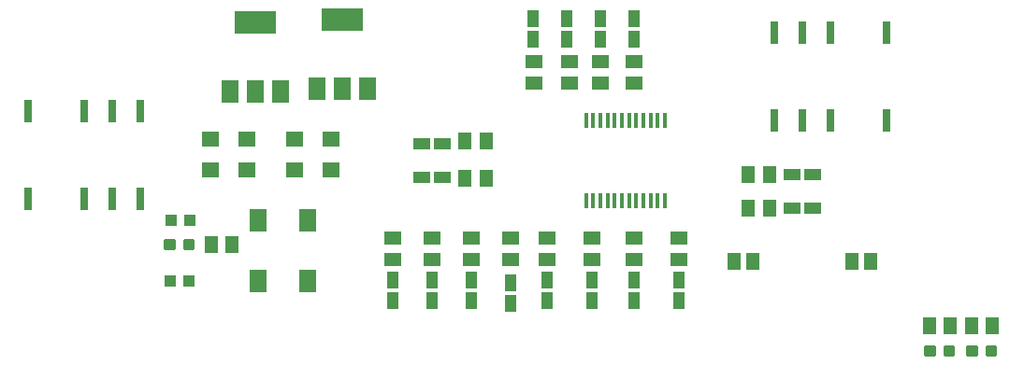
<source format=gtp>
G75*
%MOIN*%
%OFA0B0*%
%FSLAX25Y25*%
%IPPOS*%
%LPD*%
%AMOC8*
5,1,8,0,0,1.08239X$1,22.5*
%
%ADD10R,0.06000X0.05000*%
%ADD11R,0.06299X0.05512*%
%ADD12R,0.05000X0.06000*%
%ADD13R,0.06299X0.08268*%
%ADD14R,0.05900X0.07900*%
%ADD15R,0.15000X0.07900*%
%ADD16R,0.03937X0.05906*%
%ADD17R,0.05906X0.03937*%
%ADD18R,0.01370X0.05500*%
%ADD19C,0.01181*%
%ADD20R,0.05118X0.06299*%
%ADD21R,0.04331X0.03937*%
%ADD22R,0.05118X0.05906*%
%ADD23R,0.02500X0.07874*%
D10*
X0201595Y0064400D03*
X0201595Y0071900D03*
X0215595Y0071900D03*
X0215595Y0064400D03*
X0229595Y0064400D03*
X0229595Y0071900D03*
X0243595Y0071900D03*
X0243595Y0064400D03*
X0256595Y0064400D03*
X0256595Y0071900D03*
X0272595Y0071900D03*
X0272595Y0064400D03*
X0287595Y0064400D03*
X0287595Y0071900D03*
X0303595Y0071900D03*
X0303595Y0064400D03*
X0287595Y0127400D03*
X0275595Y0127400D03*
X0264595Y0127400D03*
X0264595Y0134900D03*
X0275595Y0134900D03*
X0287595Y0134900D03*
X0252095Y0134900D03*
X0252095Y0127400D03*
D11*
X0179595Y0107162D03*
X0166595Y0107162D03*
X0166595Y0096138D03*
X0179595Y0096138D03*
X0149595Y0096138D03*
X0136595Y0096138D03*
X0136595Y0107162D03*
X0149595Y0107162D03*
D12*
X0227345Y0106650D03*
X0234845Y0106650D03*
X0234845Y0093150D03*
X0227345Y0093150D03*
X0328345Y0094650D03*
X0335845Y0094650D03*
X0335845Y0082650D03*
X0328345Y0082650D03*
D13*
X0171453Y0078150D03*
X0153737Y0078150D03*
X0153737Y0056650D03*
X0171453Y0056650D03*
D14*
X0161695Y0124250D03*
X0152695Y0124250D03*
X0143695Y0124250D03*
X0174695Y0125250D03*
X0183695Y0125250D03*
X0192695Y0125250D03*
D15*
X0183595Y0150050D03*
X0152595Y0149050D03*
D16*
X0251595Y0150351D03*
X0251595Y0142949D03*
X0263595Y0142949D03*
X0263595Y0150351D03*
X0275595Y0150351D03*
X0275595Y0142949D03*
X0287595Y0142949D03*
X0287595Y0150351D03*
X0287595Y0056851D03*
X0287595Y0049449D03*
X0272595Y0049449D03*
X0272595Y0056851D03*
X0256595Y0056851D03*
X0256595Y0049449D03*
X0243595Y0048449D03*
X0243595Y0055851D03*
X0229595Y0056851D03*
X0229595Y0049449D03*
X0215595Y0049449D03*
X0215595Y0056851D03*
X0201595Y0056851D03*
X0201595Y0049449D03*
X0303595Y0049449D03*
X0303595Y0056851D03*
D17*
X0343894Y0082650D03*
X0351296Y0082650D03*
X0351296Y0094650D03*
X0343894Y0094650D03*
X0219296Y0093650D03*
X0211894Y0093650D03*
X0211894Y0105650D03*
X0219296Y0105650D03*
D18*
X0270520Y0114044D03*
X0273079Y0114044D03*
X0275638Y0114044D03*
X0278198Y0114044D03*
X0280757Y0114044D03*
X0283316Y0114044D03*
X0285875Y0114044D03*
X0288434Y0114044D03*
X0290993Y0114044D03*
X0293552Y0114044D03*
X0296111Y0114044D03*
X0298670Y0114044D03*
X0298670Y0085256D03*
X0296111Y0085256D03*
X0293552Y0085256D03*
X0290993Y0085256D03*
X0288434Y0085256D03*
X0285875Y0085256D03*
X0283316Y0085256D03*
X0280757Y0085256D03*
X0278198Y0085256D03*
X0275638Y0085256D03*
X0273079Y0085256D03*
X0270520Y0085256D03*
D19*
X0394520Y0033028D02*
X0394520Y0030272D01*
X0391764Y0030272D01*
X0391764Y0033028D01*
X0394520Y0033028D01*
X0394520Y0031452D02*
X0391764Y0031452D01*
X0391764Y0032632D02*
X0394520Y0032632D01*
X0401426Y0033028D02*
X0401426Y0030272D01*
X0398670Y0030272D01*
X0398670Y0033028D01*
X0401426Y0033028D01*
X0401426Y0031452D02*
X0398670Y0031452D01*
X0398670Y0032632D02*
X0401426Y0032632D01*
X0406764Y0033028D02*
X0406764Y0030272D01*
X0406764Y0033028D02*
X0409520Y0033028D01*
X0409520Y0030272D01*
X0406764Y0030272D01*
X0406764Y0031452D02*
X0409520Y0031452D01*
X0409520Y0032632D02*
X0406764Y0032632D01*
X0413670Y0033028D02*
X0413670Y0030272D01*
X0413670Y0033028D02*
X0416426Y0033028D01*
X0416426Y0030272D01*
X0413670Y0030272D01*
X0413670Y0031452D02*
X0416426Y0031452D01*
X0416426Y0032632D02*
X0413670Y0032632D01*
X0127670Y0068272D02*
X0127670Y0071028D01*
X0130426Y0071028D01*
X0130426Y0068272D01*
X0127670Y0068272D01*
X0127670Y0069452D02*
X0130426Y0069452D01*
X0130426Y0070632D02*
X0127670Y0070632D01*
X0120764Y0071028D02*
X0120764Y0068272D01*
X0120764Y0071028D02*
X0123520Y0071028D01*
X0123520Y0068272D01*
X0120764Y0068272D01*
X0120764Y0069452D02*
X0123520Y0069452D01*
X0123520Y0070632D02*
X0120764Y0070632D01*
D20*
X0136855Y0069650D03*
X0144335Y0069650D03*
X0392855Y0040650D03*
X0400335Y0040650D03*
X0407855Y0040650D03*
X0415335Y0040650D03*
D21*
X0122249Y0056650D03*
X0128942Y0056650D03*
X0129442Y0078150D03*
X0122749Y0078150D03*
D22*
X0323249Y0063650D03*
X0329942Y0063650D03*
X0365249Y0063650D03*
X0371942Y0063650D03*
D23*
X0377595Y0113902D03*
X0357595Y0113902D03*
X0347595Y0113902D03*
X0337595Y0113902D03*
X0337595Y0145398D03*
X0347595Y0145398D03*
X0357595Y0145398D03*
X0377595Y0145398D03*
X0111595Y0117398D03*
X0101595Y0117398D03*
X0091595Y0117398D03*
X0071595Y0117398D03*
X0071595Y0085902D03*
X0091595Y0085902D03*
X0101595Y0085902D03*
X0111595Y0085902D03*
M02*

</source>
